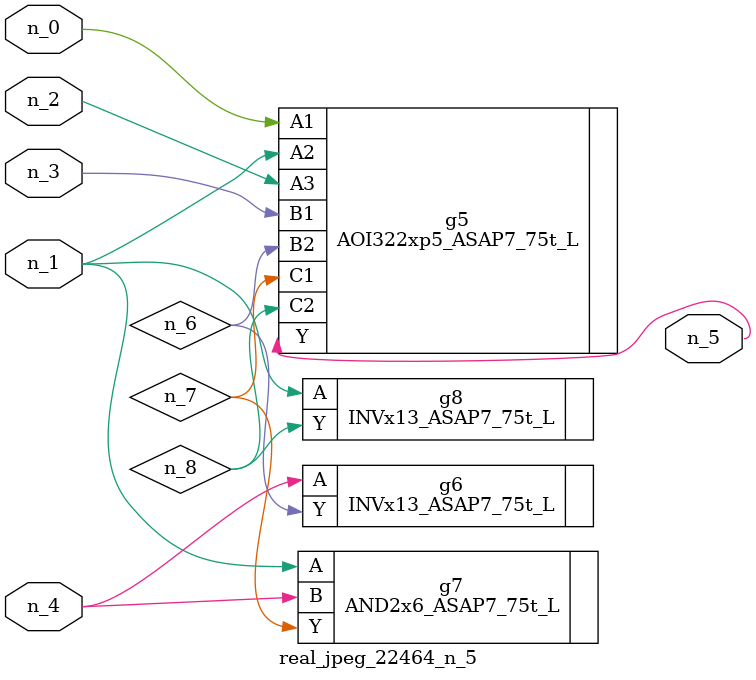
<source format=v>
module real_jpeg_22464_n_5 (n_4, n_0, n_1, n_2, n_3, n_5);

input n_4;
input n_0;
input n_1;
input n_2;
input n_3;

output n_5;

wire n_8;
wire n_6;
wire n_7;

AOI322xp5_ASAP7_75t_L g5 ( 
.A1(n_0),
.A2(n_1),
.A3(n_2),
.B1(n_3),
.B2(n_6),
.C1(n_7),
.C2(n_8),
.Y(n_5)
);

AND2x6_ASAP7_75t_L g7 ( 
.A(n_1),
.B(n_4),
.Y(n_7)
);

INVx13_ASAP7_75t_L g8 ( 
.A(n_1),
.Y(n_8)
);

INVx13_ASAP7_75t_L g6 ( 
.A(n_4),
.Y(n_6)
);


endmodule
</source>
